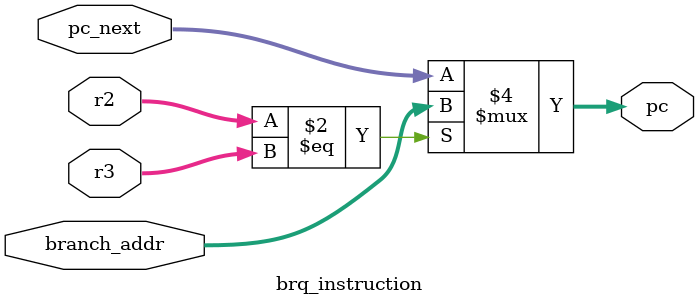
<source format=v>


module brq_instruction (
input [18:0] r2,
input [18:0] r3,
input [18:0] branch_addr,
input [18:0] pc_next, // no branch
output reg [18:0] pc
);

always @(*) begin
    if (r2==r3)
        pc = branch_addr;   // iF statement right then execute the line....
    else
        pc = pc_next;     //  iF statement is not right then executr the line......
    
end
    
endmodule // let's go to testbench......
</source>
